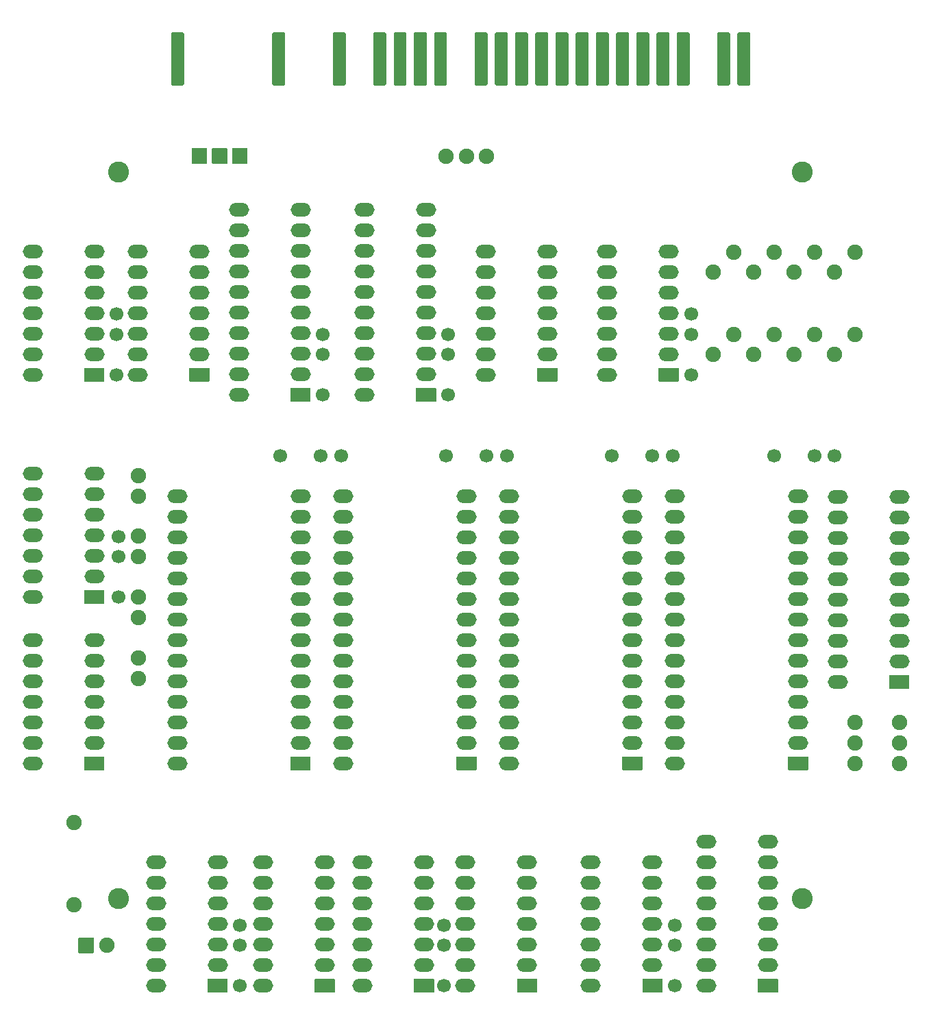
<source format=gbr>
%TF.GenerationSoftware,KiCad,Pcbnew,5.1.8*%
%TF.CreationDate,2020-11-14T22:04:03+01:00*%
%TF.ProjectId,M037,4d303337-2e6b-4696-9361-645f70636258,rev?*%
%TF.SameCoordinates,Original*%
%TF.FileFunction,Soldermask,Top*%
%TF.FilePolarity,Negative*%
%FSLAX46Y46*%
G04 Gerber Fmt 4.6, Leading zero omitted, Abs format (unit mm)*
G04 Created by KiCad (PCBNEW 5.1.8) date 2020-11-14 22:04:03*
%MOMM*%
%LPD*%
G01*
G04 APERTURE LIST*
%ADD10O,1.900000X1.900000*%
%ADD11C,2.600000*%
%ADD12C,1.900000*%
%ADD13C,1.700000*%
%ADD14O,2.500000X1.700000*%
G04 APERTURE END LIST*
%TO.C,C1*%
G36*
G01*
X99050000Y-38900000D02*
X99050000Y-37100000D01*
G75*
G02*
X99100000Y-37050000I50000J0D01*
G01*
X100900000Y-37050000D01*
G75*
G02*
X100950000Y-37100000I0J-50000D01*
G01*
X100950000Y-38900000D01*
G75*
G02*
X100900000Y-38950000I-50000J0D01*
G01*
X99100000Y-38950000D01*
G75*
G02*
X99050000Y-38900000I0J50000D01*
G01*
G37*
G36*
G01*
X94050000Y-38900000D02*
X94050000Y-37100000D01*
G75*
G02*
X94100000Y-37050000I50000J0D01*
G01*
X95900000Y-37050000D01*
G75*
G02*
X95950000Y-37100000I0J-50000D01*
G01*
X95950000Y-38900000D01*
G75*
G02*
X95900000Y-38950000I-50000J0D01*
G01*
X94100000Y-38950000D01*
G75*
G02*
X94050000Y-38900000I0J50000D01*
G01*
G37*
G36*
G01*
X96550000Y-38900000D02*
X96550000Y-37100000D01*
G75*
G02*
X96600000Y-37050000I50000J0D01*
G01*
X98400000Y-37050000D01*
G75*
G02*
X98450000Y-37100000I0J-50000D01*
G01*
X98450000Y-38900000D01*
G75*
G02*
X98400000Y-38950000I-50000J0D01*
G01*
X96600000Y-38950000D01*
G75*
G02*
X96550000Y-38900000I0J50000D01*
G01*
G37*
D10*
X128000000Y-38000000D03*
X125500000Y-38000000D03*
X130500000Y-38000000D03*
%TD*%
%TO.C,X1*%
G36*
G01*
X141500000Y-29140000D02*
X141500000Y-22860000D01*
G75*
G02*
X141660000Y-22700000I160000J0D01*
G01*
X142940000Y-22700000D01*
G75*
G02*
X143100000Y-22860000I0J-160000D01*
G01*
X143100000Y-29140000D01*
G75*
G02*
X142940000Y-29300000I-160000J0D01*
G01*
X141660000Y-29300000D01*
G75*
G02*
X141500000Y-29140000I0J160000D01*
G01*
G37*
G36*
G01*
X144000000Y-29140000D02*
X144000000Y-22860000D01*
G75*
G02*
X144160000Y-22700000I160000J0D01*
G01*
X145440000Y-22700000D01*
G75*
G02*
X145600000Y-22860000I0J-160000D01*
G01*
X145600000Y-29140000D01*
G75*
G02*
X145440000Y-29300000I-160000J0D01*
G01*
X144160000Y-29300000D01*
G75*
G02*
X144000000Y-29140000I0J160000D01*
G01*
G37*
G36*
G01*
X146500000Y-29140000D02*
X146500000Y-22860000D01*
G75*
G02*
X146660000Y-22700000I160000J0D01*
G01*
X147940000Y-22700000D01*
G75*
G02*
X148100000Y-22860000I0J-160000D01*
G01*
X148100000Y-29140000D01*
G75*
G02*
X147940000Y-29300000I-160000J0D01*
G01*
X146660000Y-29300000D01*
G75*
G02*
X146500000Y-29140000I0J160000D01*
G01*
G37*
G36*
G01*
X149000000Y-29140000D02*
X149000000Y-22860000D01*
G75*
G02*
X149160000Y-22700000I160000J0D01*
G01*
X150440000Y-22700000D01*
G75*
G02*
X150600000Y-22860000I0J-160000D01*
G01*
X150600000Y-29140000D01*
G75*
G02*
X150440000Y-29300000I-160000J0D01*
G01*
X149160000Y-29300000D01*
G75*
G02*
X149000000Y-29140000I0J160000D01*
G01*
G37*
G36*
G01*
X151500000Y-29140000D02*
X151500000Y-22860000D01*
G75*
G02*
X151660000Y-22700000I160000J0D01*
G01*
X152940000Y-22700000D01*
G75*
G02*
X153100000Y-22860000I0J-160000D01*
G01*
X153100000Y-29140000D01*
G75*
G02*
X152940000Y-29300000I-160000J0D01*
G01*
X151660000Y-29300000D01*
G75*
G02*
X151500000Y-29140000I0J160000D01*
G01*
G37*
G36*
G01*
X154000000Y-29140000D02*
X154000000Y-22860000D01*
G75*
G02*
X154160000Y-22700000I160000J0D01*
G01*
X155440000Y-22700000D01*
G75*
G02*
X155600000Y-22860000I0J-160000D01*
G01*
X155600000Y-29140000D01*
G75*
G02*
X155440000Y-29300000I-160000J0D01*
G01*
X154160000Y-29300000D01*
G75*
G02*
X154000000Y-29140000I0J160000D01*
G01*
G37*
G36*
G01*
X159000000Y-29140000D02*
X159000000Y-22860000D01*
G75*
G02*
X159160000Y-22700000I160000J0D01*
G01*
X160440000Y-22700000D01*
G75*
G02*
X160600000Y-22860000I0J-160000D01*
G01*
X160600000Y-29140000D01*
G75*
G02*
X160440000Y-29300000I-160000J0D01*
G01*
X159160000Y-29300000D01*
G75*
G02*
X159000000Y-29140000I0J160000D01*
G01*
G37*
G36*
G01*
X91500000Y-29140000D02*
X91500000Y-22860000D01*
G75*
G02*
X91660000Y-22700000I160000J0D01*
G01*
X92940000Y-22700000D01*
G75*
G02*
X93100000Y-22860000I0J-160000D01*
G01*
X93100000Y-29140000D01*
G75*
G02*
X92940000Y-29300000I-160000J0D01*
G01*
X91660000Y-29300000D01*
G75*
G02*
X91500000Y-29140000I0J160000D01*
G01*
G37*
G36*
G01*
X104000000Y-29140000D02*
X104000000Y-22860000D01*
G75*
G02*
X104160000Y-22700000I160000J0D01*
G01*
X105440000Y-22700000D01*
G75*
G02*
X105600000Y-22860000I0J-160000D01*
G01*
X105600000Y-29140000D01*
G75*
G02*
X105440000Y-29300000I-160000J0D01*
G01*
X104160000Y-29300000D01*
G75*
G02*
X104000000Y-29140000I0J160000D01*
G01*
G37*
G36*
G01*
X111500000Y-29140000D02*
X111500000Y-22860000D01*
G75*
G02*
X111660000Y-22700000I160000J0D01*
G01*
X112940000Y-22700000D01*
G75*
G02*
X113100000Y-22860000I0J-160000D01*
G01*
X113100000Y-29140000D01*
G75*
G02*
X112940000Y-29300000I-160000J0D01*
G01*
X111660000Y-29300000D01*
G75*
G02*
X111500000Y-29140000I0J160000D01*
G01*
G37*
G36*
G01*
X161500000Y-29140000D02*
X161500000Y-22860000D01*
G75*
G02*
X161660000Y-22700000I160000J0D01*
G01*
X162940000Y-22700000D01*
G75*
G02*
X163100000Y-22860000I0J-160000D01*
G01*
X163100000Y-29140000D01*
G75*
G02*
X162940000Y-29300000I-160000J0D01*
G01*
X161660000Y-29300000D01*
G75*
G02*
X161500000Y-29140000I0J160000D01*
G01*
G37*
G36*
G01*
X116500000Y-29140000D02*
X116500000Y-22860000D01*
G75*
G02*
X116660000Y-22700000I160000J0D01*
G01*
X117940000Y-22700000D01*
G75*
G02*
X118100000Y-22860000I0J-160000D01*
G01*
X118100000Y-29140000D01*
G75*
G02*
X117940000Y-29300000I-160000J0D01*
G01*
X116660000Y-29300000D01*
G75*
G02*
X116500000Y-29140000I0J160000D01*
G01*
G37*
G36*
G01*
X119000000Y-29140000D02*
X119000000Y-22860000D01*
G75*
G02*
X119160000Y-22700000I160000J0D01*
G01*
X120440000Y-22700000D01*
G75*
G02*
X120600000Y-22860000I0J-160000D01*
G01*
X120600000Y-29140000D01*
G75*
G02*
X120440000Y-29300000I-160000J0D01*
G01*
X119160000Y-29300000D01*
G75*
G02*
X119000000Y-29140000I0J160000D01*
G01*
G37*
G36*
G01*
X121500000Y-29140000D02*
X121500000Y-22860000D01*
G75*
G02*
X121660000Y-22700000I160000J0D01*
G01*
X122940000Y-22700000D01*
G75*
G02*
X123100000Y-22860000I0J-160000D01*
G01*
X123100000Y-29140000D01*
G75*
G02*
X122940000Y-29300000I-160000J0D01*
G01*
X121660000Y-29300000D01*
G75*
G02*
X121500000Y-29140000I0J160000D01*
G01*
G37*
G36*
G01*
X124000000Y-29140000D02*
X124000000Y-22860000D01*
G75*
G02*
X124160000Y-22700000I160000J0D01*
G01*
X125440000Y-22700000D01*
G75*
G02*
X125600000Y-22860000I0J-160000D01*
G01*
X125600000Y-29140000D01*
G75*
G02*
X125440000Y-29300000I-160000J0D01*
G01*
X124160000Y-29300000D01*
G75*
G02*
X124000000Y-29140000I0J160000D01*
G01*
G37*
G36*
G01*
X129000000Y-29140000D02*
X129000000Y-22860000D01*
G75*
G02*
X129160000Y-22700000I160000J0D01*
G01*
X130440000Y-22700000D01*
G75*
G02*
X130600000Y-22860000I0J-160000D01*
G01*
X130600000Y-29140000D01*
G75*
G02*
X130440000Y-29300000I-160000J0D01*
G01*
X129160000Y-29300000D01*
G75*
G02*
X129000000Y-29140000I0J160000D01*
G01*
G37*
G36*
G01*
X131500000Y-29140000D02*
X131500000Y-22860000D01*
G75*
G02*
X131660000Y-22700000I160000J0D01*
G01*
X132940000Y-22700000D01*
G75*
G02*
X133100000Y-22860000I0J-160000D01*
G01*
X133100000Y-29140000D01*
G75*
G02*
X132940000Y-29300000I-160000J0D01*
G01*
X131660000Y-29300000D01*
G75*
G02*
X131500000Y-29140000I0J160000D01*
G01*
G37*
G36*
G01*
X134000000Y-29140000D02*
X134000000Y-22860000D01*
G75*
G02*
X134160000Y-22700000I160000J0D01*
G01*
X135440000Y-22700000D01*
G75*
G02*
X135600000Y-22860000I0J-160000D01*
G01*
X135600000Y-29140000D01*
G75*
G02*
X135440000Y-29300000I-160000J0D01*
G01*
X134160000Y-29300000D01*
G75*
G02*
X134000000Y-29140000I0J160000D01*
G01*
G37*
G36*
G01*
X136500000Y-29140000D02*
X136500000Y-22860000D01*
G75*
G02*
X136660000Y-22700000I160000J0D01*
G01*
X137940000Y-22700000D01*
G75*
G02*
X138100000Y-22860000I0J-160000D01*
G01*
X138100000Y-29140000D01*
G75*
G02*
X137940000Y-29300000I-160000J0D01*
G01*
X136660000Y-29300000D01*
G75*
G02*
X136500000Y-29140000I0J160000D01*
G01*
G37*
G36*
G01*
X139000000Y-29140000D02*
X139000000Y-22860000D01*
G75*
G02*
X139160000Y-22700000I160000J0D01*
G01*
X140440000Y-22700000D01*
G75*
G02*
X140600000Y-22860000I0J-160000D01*
G01*
X140600000Y-29140000D01*
G75*
G02*
X140440000Y-29300000I-160000J0D01*
G01*
X139160000Y-29300000D01*
G75*
G02*
X139000000Y-29140000I0J160000D01*
G01*
G37*
%TD*%
D11*
%TO.C,REF\u002A\u002A*%
X85000000Y-129750000D03*
%TD*%
%TO.C,REF\u002A\u002A*%
X169500000Y-129750000D03*
%TD*%
%TO.C,REF\u002A\u002A*%
X169500000Y-40000000D03*
%TD*%
%TO.C,REF\u002A\u002A*%
X85000000Y-40000000D03*
%TD*%
D12*
%TO.C,B01*%
X83540000Y-135500000D03*
G36*
G01*
X80050000Y-136400000D02*
X80050000Y-134600000D01*
G75*
G02*
X80100000Y-134550000I50000J0D01*
G01*
X81900000Y-134550000D01*
G75*
G02*
X81950000Y-134600000I0J-50000D01*
G01*
X81950000Y-136400000D01*
G75*
G02*
X81900000Y-136450000I-50000J0D01*
G01*
X80100000Y-136450000D01*
G75*
G02*
X80050000Y-136400000I0J50000D01*
G01*
G37*
%TD*%
D13*
%TO.C,C5*%
X173500000Y-75000000D03*
X171000000Y-75000000D03*
X166000000Y-75000000D03*
%TD*%
%TO.C,C4*%
X153500000Y-75000000D03*
X151000000Y-75000000D03*
X146000000Y-75000000D03*
%TD*%
%TO.C,C3*%
X133000000Y-75000000D03*
X130500000Y-75000000D03*
X125500000Y-75000000D03*
%TD*%
%TO.C,C2*%
X112500000Y-75000000D03*
X110000000Y-75000000D03*
X105000000Y-75000000D03*
%TD*%
%TO.C,C13*%
X153750000Y-133000000D03*
X153750000Y-135500000D03*
X153750000Y-140500000D03*
%TD*%
%TO.C,C12*%
X125250000Y-133000000D03*
X125250000Y-135500000D03*
X125250000Y-140500000D03*
%TD*%
%TO.C,C11*%
X100000000Y-133000000D03*
X100000000Y-135500000D03*
X100000000Y-140500000D03*
%TD*%
%TO.C,C10*%
X85000000Y-85000000D03*
X85000000Y-87500000D03*
X85000000Y-92500000D03*
%TD*%
%TO.C,C9*%
X155750000Y-57500000D03*
X155750000Y-60000000D03*
X155750000Y-65000000D03*
%TD*%
%TO.C,C8*%
X125750000Y-60000000D03*
X125750000Y-62500000D03*
X125750000Y-67500000D03*
%TD*%
%TO.C,C7*%
X110250000Y-60000000D03*
X110250000Y-62500000D03*
X110250000Y-67500000D03*
%TD*%
%TO.C,C6*%
X84750000Y-57500000D03*
X84750000Y-60000000D03*
X84750000Y-65000000D03*
%TD*%
D12*
%TO.C,R8*%
X173500000Y-52340000D03*
X173500000Y-62500000D03*
%TD*%
%TO.C,R7*%
X176000000Y-49840000D03*
X176000000Y-60000000D03*
%TD*%
%TO.C,R6*%
X168500000Y-52340000D03*
X168500000Y-62500000D03*
%TD*%
%TO.C,R5*%
X171000000Y-49840000D03*
X171000000Y-60000000D03*
%TD*%
%TO.C,R4*%
X163500000Y-52340000D03*
X163500000Y-62500000D03*
%TD*%
%TO.C,R3*%
X166000000Y-49840000D03*
X166000000Y-60000000D03*
%TD*%
%TO.C,R2*%
X158500000Y-52340000D03*
X158500000Y-62500000D03*
%TD*%
%TO.C,R1*%
X161000000Y-49840000D03*
X161000000Y-60000000D03*
%TD*%
%TO.C,R9*%
X79500000Y-120340000D03*
X79500000Y-130500000D03*
%TD*%
D14*
%TO.C,D1*%
X102880000Y-140500000D03*
X110500000Y-125260000D03*
X102880000Y-137960000D03*
X110500000Y-127800000D03*
X102880000Y-135420000D03*
X110500000Y-130340000D03*
X102880000Y-132880000D03*
X110500000Y-132880000D03*
X102880000Y-130340000D03*
X110500000Y-135420000D03*
X102880000Y-127800000D03*
X110500000Y-137960000D03*
X102880000Y-125260000D03*
G36*
G01*
X111750000Y-139700000D02*
X111750000Y-141300000D01*
G75*
G02*
X111700000Y-141350000I-50000J0D01*
G01*
X109300000Y-141350000D01*
G75*
G02*
X109250000Y-141300000I0J50000D01*
G01*
X109250000Y-139700000D01*
G75*
G02*
X109300000Y-139650000I50000J0D01*
G01*
X111700000Y-139650000D01*
G75*
G02*
X111750000Y-139700000I0J-50000D01*
G01*
G37*
%TD*%
D12*
%TO.C,RB08*%
X87500000Y-95040000D03*
X87500000Y-92500000D03*
%TD*%
%TO.C,RB07*%
X87500000Y-84960000D03*
X87500000Y-87500000D03*
%TD*%
%TO.C,RB06*%
X87500000Y-99960000D03*
X87500000Y-102500000D03*
%TD*%
%TO.C,RB05*%
X181500000Y-110460000D03*
X181500000Y-107920000D03*
%TD*%
%TO.C,RB04*%
X176000000Y-110460000D03*
X176000000Y-107920000D03*
%TD*%
%TO.C,RB03*%
X176000000Y-110460000D03*
X176000000Y-113000000D03*
%TD*%
%TO.C,RB02*%
X181500000Y-110460000D03*
X181500000Y-113000000D03*
%TD*%
%TO.C,RB01*%
X87500000Y-80040000D03*
X87500000Y-77500000D03*
%TD*%
D14*
%TO.C,D19*%
X153760000Y-113000000D03*
X169000000Y-79980000D03*
X153760000Y-110460000D03*
X169000000Y-82520000D03*
X153760000Y-107920000D03*
X169000000Y-85060000D03*
X153760000Y-105380000D03*
X169000000Y-87600000D03*
X153760000Y-102840000D03*
X169000000Y-90140000D03*
X153760000Y-100300000D03*
X169000000Y-92680000D03*
X153760000Y-97760000D03*
X169000000Y-95220000D03*
X153760000Y-95220000D03*
X169000000Y-97760000D03*
X153760000Y-92680000D03*
X169000000Y-100300000D03*
X153760000Y-90140000D03*
X169000000Y-102840000D03*
X153760000Y-87600000D03*
X169000000Y-105380000D03*
X153760000Y-85060000D03*
X169000000Y-107920000D03*
X153760000Y-82520000D03*
X169000000Y-110460000D03*
X153760000Y-79980000D03*
G36*
G01*
X170250000Y-112200000D02*
X170250000Y-113800000D01*
G75*
G02*
X170200000Y-113850000I-50000J0D01*
G01*
X167800000Y-113850000D01*
G75*
G02*
X167750000Y-113800000I0J50000D01*
G01*
X167750000Y-112200000D01*
G75*
G02*
X167800000Y-112150000I50000J0D01*
G01*
X170200000Y-112150000D01*
G75*
G02*
X170250000Y-112200000I0J-50000D01*
G01*
G37*
%TD*%
%TO.C,D18*%
X133260000Y-113000000D03*
X148500000Y-79980000D03*
X133260000Y-110460000D03*
X148500000Y-82520000D03*
X133260000Y-107920000D03*
X148500000Y-85060000D03*
X133260000Y-105380000D03*
X148500000Y-87600000D03*
X133260000Y-102840000D03*
X148500000Y-90140000D03*
X133260000Y-100300000D03*
X148500000Y-92680000D03*
X133260000Y-97760000D03*
X148500000Y-95220000D03*
X133260000Y-95220000D03*
X148500000Y-97760000D03*
X133260000Y-92680000D03*
X148500000Y-100300000D03*
X133260000Y-90140000D03*
X148500000Y-102840000D03*
X133260000Y-87600000D03*
X148500000Y-105380000D03*
X133260000Y-85060000D03*
X148500000Y-107920000D03*
X133260000Y-82520000D03*
X148500000Y-110460000D03*
X133260000Y-79980000D03*
G36*
G01*
X149750000Y-112200000D02*
X149750000Y-113800000D01*
G75*
G02*
X149700000Y-113850000I-50000J0D01*
G01*
X147300000Y-113850000D01*
G75*
G02*
X147250000Y-113800000I0J50000D01*
G01*
X147250000Y-112200000D01*
G75*
G02*
X147300000Y-112150000I50000J0D01*
G01*
X149700000Y-112150000D01*
G75*
G02*
X149750000Y-112200000I0J-50000D01*
G01*
G37*
%TD*%
%TO.C,D17*%
X112760000Y-113000000D03*
X128000000Y-79980000D03*
X112760000Y-110460000D03*
X128000000Y-82520000D03*
X112760000Y-107920000D03*
X128000000Y-85060000D03*
X112760000Y-105380000D03*
X128000000Y-87600000D03*
X112760000Y-102840000D03*
X128000000Y-90140000D03*
X112760000Y-100300000D03*
X128000000Y-92680000D03*
X112760000Y-97760000D03*
X128000000Y-95220000D03*
X112760000Y-95220000D03*
X128000000Y-97760000D03*
X112760000Y-92680000D03*
X128000000Y-100300000D03*
X112760000Y-90140000D03*
X128000000Y-102840000D03*
X112760000Y-87600000D03*
X128000000Y-105380000D03*
X112760000Y-85060000D03*
X128000000Y-107920000D03*
X112760000Y-82520000D03*
X128000000Y-110460000D03*
X112760000Y-79980000D03*
G36*
G01*
X129250000Y-112200000D02*
X129250000Y-113800000D01*
G75*
G02*
X129200000Y-113850000I-50000J0D01*
G01*
X126800000Y-113850000D01*
G75*
G02*
X126750000Y-113800000I0J50000D01*
G01*
X126750000Y-112200000D01*
G75*
G02*
X126800000Y-112150000I50000J0D01*
G01*
X129200000Y-112150000D01*
G75*
G02*
X129250000Y-112200000I0J-50000D01*
G01*
G37*
%TD*%
%TO.C,D16*%
X92260000Y-113000000D03*
X107500000Y-79980000D03*
X92260000Y-110460000D03*
X107500000Y-82520000D03*
X92260000Y-107920000D03*
X107500000Y-85060000D03*
X92260000Y-105380000D03*
X107500000Y-87600000D03*
X92260000Y-102840000D03*
X107500000Y-90140000D03*
X92260000Y-100300000D03*
X107500000Y-92680000D03*
X92260000Y-97760000D03*
X107500000Y-95220000D03*
X92260000Y-95220000D03*
X107500000Y-97760000D03*
X92260000Y-92680000D03*
X107500000Y-100300000D03*
X92260000Y-90140000D03*
X107500000Y-102840000D03*
X92260000Y-87600000D03*
X107500000Y-105380000D03*
X92260000Y-85060000D03*
X107500000Y-107920000D03*
X92260000Y-82520000D03*
X107500000Y-110460000D03*
X92260000Y-79980000D03*
G36*
G01*
X108750000Y-112200000D02*
X108750000Y-113800000D01*
G75*
G02*
X108700000Y-113850000I-50000J0D01*
G01*
X106300000Y-113850000D01*
G75*
G02*
X106250000Y-113800000I0J50000D01*
G01*
X106250000Y-112200000D01*
G75*
G02*
X106300000Y-112150000I50000J0D01*
G01*
X108700000Y-112150000D01*
G75*
G02*
X108750000Y-112200000I0J-50000D01*
G01*
G37*
%TD*%
%TO.C,D15*%
X143380000Y-140500000D03*
X151000000Y-125260000D03*
X143380000Y-137960000D03*
X151000000Y-127800000D03*
X143380000Y-135420000D03*
X151000000Y-130340000D03*
X143380000Y-132880000D03*
X151000000Y-132880000D03*
X143380000Y-130340000D03*
X151000000Y-135420000D03*
X143380000Y-127800000D03*
X151000000Y-137960000D03*
X143380000Y-125260000D03*
G36*
G01*
X152250000Y-139700000D02*
X152250000Y-141300000D01*
G75*
G02*
X152200000Y-141350000I-50000J0D01*
G01*
X149800000Y-141350000D01*
G75*
G02*
X149750000Y-141300000I0J50000D01*
G01*
X149750000Y-139700000D01*
G75*
G02*
X149800000Y-139650000I50000J0D01*
G01*
X152200000Y-139650000D01*
G75*
G02*
X152250000Y-139700000I0J-50000D01*
G01*
G37*
%TD*%
%TO.C,D14*%
X127880000Y-140500000D03*
X135500000Y-125260000D03*
X127880000Y-137960000D03*
X135500000Y-127800000D03*
X127880000Y-135420000D03*
X135500000Y-130340000D03*
X127880000Y-132880000D03*
X135500000Y-132880000D03*
X127880000Y-130340000D03*
X135500000Y-135420000D03*
X127880000Y-127800000D03*
X135500000Y-137960000D03*
X127880000Y-125260000D03*
G36*
G01*
X136750000Y-139700000D02*
X136750000Y-141300000D01*
G75*
G02*
X136700000Y-141350000I-50000J0D01*
G01*
X134300000Y-141350000D01*
G75*
G02*
X134250000Y-141300000I0J50000D01*
G01*
X134250000Y-139700000D01*
G75*
G02*
X134300000Y-139650000I50000J0D01*
G01*
X136700000Y-139650000D01*
G75*
G02*
X136750000Y-139700000I0J-50000D01*
G01*
G37*
%TD*%
%TO.C,D13*%
X74380000Y-65000000D03*
X82000000Y-49760000D03*
X74380000Y-62460000D03*
X82000000Y-52300000D03*
X74380000Y-59920000D03*
X82000000Y-54840000D03*
X74380000Y-57380000D03*
X82000000Y-57380000D03*
X74380000Y-54840000D03*
X82000000Y-59920000D03*
X74380000Y-52300000D03*
X82000000Y-62460000D03*
X74380000Y-49760000D03*
G36*
G01*
X83250000Y-64200000D02*
X83250000Y-65800000D01*
G75*
G02*
X83200000Y-65850000I-50000J0D01*
G01*
X80800000Y-65850000D01*
G75*
G02*
X80750000Y-65800000I0J50000D01*
G01*
X80750000Y-64200000D01*
G75*
G02*
X80800000Y-64150000I50000J0D01*
G01*
X83200000Y-64150000D01*
G75*
G02*
X83250000Y-64200000I0J-50000D01*
G01*
G37*
%TD*%
%TO.C,D12*%
X87380000Y-65000000D03*
X95000000Y-49760000D03*
X87380000Y-62460000D03*
X95000000Y-52300000D03*
X87380000Y-59920000D03*
X95000000Y-54840000D03*
X87380000Y-57380000D03*
X95000000Y-57380000D03*
X87380000Y-54840000D03*
X95000000Y-59920000D03*
X87380000Y-52300000D03*
X95000000Y-62460000D03*
X87380000Y-49760000D03*
G36*
G01*
X96250000Y-64200000D02*
X96250000Y-65800000D01*
G75*
G02*
X96200000Y-65850000I-50000J0D01*
G01*
X93800000Y-65850000D01*
G75*
G02*
X93750000Y-65800000I0J50000D01*
G01*
X93750000Y-64200000D01*
G75*
G02*
X93800000Y-64150000I50000J0D01*
G01*
X96200000Y-64150000D01*
G75*
G02*
X96250000Y-64200000I0J-50000D01*
G01*
G37*
%TD*%
%TO.C,D11*%
X89630000Y-140500000D03*
X97250000Y-125260000D03*
X89630000Y-137960000D03*
X97250000Y-127800000D03*
X89630000Y-135420000D03*
X97250000Y-130340000D03*
X89630000Y-132880000D03*
X97250000Y-132880000D03*
X89630000Y-130340000D03*
X97250000Y-135420000D03*
X89630000Y-127800000D03*
X97250000Y-137960000D03*
X89630000Y-125260000D03*
G36*
G01*
X98500000Y-139700000D02*
X98500000Y-141300000D01*
G75*
G02*
X98450000Y-141350000I-50000J0D01*
G01*
X96050000Y-141350000D01*
G75*
G02*
X96000000Y-141300000I0J50000D01*
G01*
X96000000Y-139700000D01*
G75*
G02*
X96050000Y-139650000I50000J0D01*
G01*
X98450000Y-139650000D01*
G75*
G02*
X98500000Y-139700000I0J-50000D01*
G01*
G37*
%TD*%
%TO.C,D10*%
X74380000Y-92500000D03*
X82000000Y-77260000D03*
X74380000Y-89960000D03*
X82000000Y-79800000D03*
X74380000Y-87420000D03*
X82000000Y-82340000D03*
X74380000Y-84880000D03*
X82000000Y-84880000D03*
X74380000Y-82340000D03*
X82000000Y-87420000D03*
X74380000Y-79800000D03*
X82000000Y-89960000D03*
X74380000Y-77260000D03*
G36*
G01*
X83250000Y-91700000D02*
X83250000Y-93300000D01*
G75*
G02*
X83200000Y-93350000I-50000J0D01*
G01*
X80800000Y-93350000D01*
G75*
G02*
X80750000Y-93300000I0J50000D01*
G01*
X80750000Y-91700000D01*
G75*
G02*
X80800000Y-91650000I50000J0D01*
G01*
X83200000Y-91650000D01*
G75*
G02*
X83250000Y-91700000I0J-50000D01*
G01*
G37*
%TD*%
%TO.C,D9*%
X157630000Y-140500000D03*
X165250000Y-122720000D03*
X157630000Y-137960000D03*
X165250000Y-125260000D03*
X157630000Y-135420000D03*
X165250000Y-127800000D03*
X157630000Y-132880000D03*
X165250000Y-130340000D03*
X157630000Y-130340000D03*
X165250000Y-132880000D03*
X157630000Y-127800000D03*
X165250000Y-135420000D03*
X157630000Y-125260000D03*
X165250000Y-137960000D03*
X157630000Y-122720000D03*
G36*
G01*
X166500000Y-139700000D02*
X166500000Y-141300000D01*
G75*
G02*
X166450000Y-141350000I-50000J0D01*
G01*
X164050000Y-141350000D01*
G75*
G02*
X164000000Y-141300000I0J50000D01*
G01*
X164000000Y-139700000D01*
G75*
G02*
X164050000Y-139650000I50000J0D01*
G01*
X166450000Y-139650000D01*
G75*
G02*
X166500000Y-139700000I0J-50000D01*
G01*
G37*
%TD*%
%TO.C,D8*%
X74380000Y-113000000D03*
X82000000Y-97760000D03*
X74380000Y-110460000D03*
X82000000Y-100300000D03*
X74380000Y-107920000D03*
X82000000Y-102840000D03*
X74380000Y-105380000D03*
X82000000Y-105380000D03*
X74380000Y-102840000D03*
X82000000Y-107920000D03*
X74380000Y-100300000D03*
X82000000Y-110460000D03*
X74380000Y-97760000D03*
G36*
G01*
X83250000Y-112200000D02*
X83250000Y-113800000D01*
G75*
G02*
X83200000Y-113850000I-50000J0D01*
G01*
X80800000Y-113850000D01*
G75*
G02*
X80750000Y-113800000I0J50000D01*
G01*
X80750000Y-112200000D01*
G75*
G02*
X80800000Y-112150000I50000J0D01*
G01*
X83200000Y-112150000D01*
G75*
G02*
X83250000Y-112200000I0J-50000D01*
G01*
G37*
%TD*%
%TO.C,D7*%
X130380000Y-65000000D03*
X138000000Y-49760000D03*
X130380000Y-62460000D03*
X138000000Y-52300000D03*
X130380000Y-59920000D03*
X138000000Y-54840000D03*
X130380000Y-57380000D03*
X138000000Y-57380000D03*
X130380000Y-54840000D03*
X138000000Y-59920000D03*
X130380000Y-52300000D03*
X138000000Y-62460000D03*
X130380000Y-49760000D03*
G36*
G01*
X139250000Y-64200000D02*
X139250000Y-65800000D01*
G75*
G02*
X139200000Y-65850000I-50000J0D01*
G01*
X136800000Y-65850000D01*
G75*
G02*
X136750000Y-65800000I0J50000D01*
G01*
X136750000Y-64200000D01*
G75*
G02*
X136800000Y-64150000I50000J0D01*
G01*
X139200000Y-64150000D01*
G75*
G02*
X139250000Y-64200000I0J-50000D01*
G01*
G37*
%TD*%
%TO.C,D6*%
X173880000Y-103000000D03*
X181500000Y-80140000D03*
X173880000Y-100460000D03*
X181500000Y-82680000D03*
X173880000Y-97920000D03*
X181500000Y-85220000D03*
X173880000Y-95380000D03*
X181500000Y-87760000D03*
X173880000Y-92840000D03*
X181500000Y-90300000D03*
X173880000Y-90300000D03*
X181500000Y-92840000D03*
X173880000Y-87760000D03*
X181500000Y-95380000D03*
X173880000Y-85220000D03*
X181500000Y-97920000D03*
X173880000Y-82680000D03*
X181500000Y-100460000D03*
X173880000Y-80140000D03*
G36*
G01*
X182750000Y-102200000D02*
X182750000Y-103800000D01*
G75*
G02*
X182700000Y-103850000I-50000J0D01*
G01*
X180300000Y-103850000D01*
G75*
G02*
X180250000Y-103800000I0J50000D01*
G01*
X180250000Y-102200000D01*
G75*
G02*
X180300000Y-102150000I50000J0D01*
G01*
X182700000Y-102150000D01*
G75*
G02*
X182750000Y-102200000I0J-50000D01*
G01*
G37*
%TD*%
%TO.C,D5*%
X115380000Y-67500000D03*
X123000000Y-44640000D03*
X115380000Y-64960000D03*
X123000000Y-47180000D03*
X115380000Y-62420000D03*
X123000000Y-49720000D03*
X115380000Y-59880000D03*
X123000000Y-52260000D03*
X115380000Y-57340000D03*
X123000000Y-54800000D03*
X115380000Y-54800000D03*
X123000000Y-57340000D03*
X115380000Y-52260000D03*
X123000000Y-59880000D03*
X115380000Y-49720000D03*
X123000000Y-62420000D03*
X115380000Y-47180000D03*
X123000000Y-64960000D03*
X115380000Y-44640000D03*
G36*
G01*
X124250000Y-66700000D02*
X124250000Y-68300000D01*
G75*
G02*
X124200000Y-68350000I-50000J0D01*
G01*
X121800000Y-68350000D01*
G75*
G02*
X121750000Y-68300000I0J50000D01*
G01*
X121750000Y-66700000D01*
G75*
G02*
X121800000Y-66650000I50000J0D01*
G01*
X124200000Y-66650000D01*
G75*
G02*
X124250000Y-66700000I0J-50000D01*
G01*
G37*
%TD*%
%TO.C,D4*%
X99880000Y-67500000D03*
X107500000Y-44640000D03*
X99880000Y-64960000D03*
X107500000Y-47180000D03*
X99880000Y-62420000D03*
X107500000Y-49720000D03*
X99880000Y-59880000D03*
X107500000Y-52260000D03*
X99880000Y-57340000D03*
X107500000Y-54800000D03*
X99880000Y-54800000D03*
X107500000Y-57340000D03*
X99880000Y-52260000D03*
X107500000Y-59880000D03*
X99880000Y-49720000D03*
X107500000Y-62420000D03*
X99880000Y-47180000D03*
X107500000Y-64960000D03*
X99880000Y-44640000D03*
G36*
G01*
X108750000Y-66700000D02*
X108750000Y-68300000D01*
G75*
G02*
X108700000Y-68350000I-50000J0D01*
G01*
X106300000Y-68350000D01*
G75*
G02*
X106250000Y-68300000I0J50000D01*
G01*
X106250000Y-66700000D01*
G75*
G02*
X106300000Y-66650000I50000J0D01*
G01*
X108700000Y-66650000D01*
G75*
G02*
X108750000Y-66700000I0J-50000D01*
G01*
G37*
%TD*%
%TO.C,D3*%
X115130000Y-140500000D03*
X122750000Y-125260000D03*
X115130000Y-137960000D03*
X122750000Y-127800000D03*
X115130000Y-135420000D03*
X122750000Y-130340000D03*
X115130000Y-132880000D03*
X122750000Y-132880000D03*
X115130000Y-130340000D03*
X122750000Y-135420000D03*
X115130000Y-127800000D03*
X122750000Y-137960000D03*
X115130000Y-125260000D03*
G36*
G01*
X124000000Y-139700000D02*
X124000000Y-141300000D01*
G75*
G02*
X123950000Y-141350000I-50000J0D01*
G01*
X121550000Y-141350000D01*
G75*
G02*
X121500000Y-141300000I0J50000D01*
G01*
X121500000Y-139700000D01*
G75*
G02*
X121550000Y-139650000I50000J0D01*
G01*
X123950000Y-139650000D01*
G75*
G02*
X124000000Y-139700000I0J-50000D01*
G01*
G37*
%TD*%
%TO.C,D2*%
X145380000Y-65000000D03*
X153000000Y-49760000D03*
X145380000Y-62460000D03*
X153000000Y-52300000D03*
X145380000Y-59920000D03*
X153000000Y-54840000D03*
X145380000Y-57380000D03*
X153000000Y-57380000D03*
X145380000Y-54840000D03*
X153000000Y-59920000D03*
X145380000Y-52300000D03*
X153000000Y-62460000D03*
X145380000Y-49760000D03*
G36*
G01*
X154250000Y-64200000D02*
X154250000Y-65800000D01*
G75*
G02*
X154200000Y-65850000I-50000J0D01*
G01*
X151800000Y-65850000D01*
G75*
G02*
X151750000Y-65800000I0J50000D01*
G01*
X151750000Y-64200000D01*
G75*
G02*
X151800000Y-64150000I50000J0D01*
G01*
X154200000Y-64150000D01*
G75*
G02*
X154250000Y-64200000I0J-50000D01*
G01*
G37*
%TD*%
M02*

</source>
